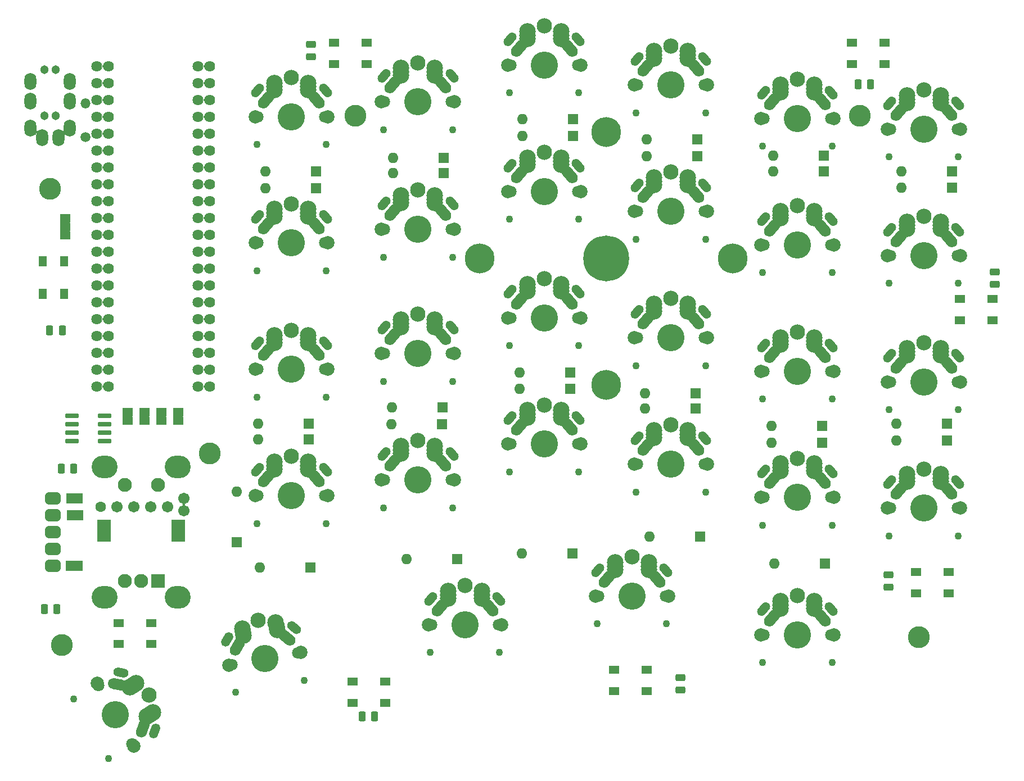
<source format=gbr>
G04 #@! TF.GenerationSoftware,KiCad,Pcbnew,5.99.0-unknown-78b555afa2~127~ubuntu20.04.1*
G04 #@! TF.CreationDate,2021-05-01T17:37:31+01:00*
G04 #@! TF.ProjectId,grandiceps-rev2,6772616e-6469-4636-9570-732d72657632,rev?*
G04 #@! TF.SameCoordinates,Original*
G04 #@! TF.FileFunction,Soldermask,Top*
G04 #@! TF.FilePolarity,Negative*
%FSLAX46Y46*%
G04 Gerber Fmt 4.6, Leading zero omitted, Abs format (unit mm)*
G04 Created by KiCad (PCBNEW 5.99.0-unknown-78b555afa2~127~ubuntu20.04.1) date 2021-05-01 17:37:31*
%MOMM*%
%LPD*%
G01*
G04 APERTURE LIST*
G04 Aperture macros list*
%AMRoundRect*
0 Rectangle with rounded corners*
0 $1 Rounding radius*
0 $2 $3 $4 $5 $6 $7 $8 $9 X,Y pos of 4 corners*
0 Add a 4 corners polygon primitive as box body*
4,1,4,$2,$3,$4,$5,$6,$7,$8,$9,$2,$3,0*
0 Add four circle primitives for the rounded corners*
1,1,$1+$1,$2,$3*
1,1,$1+$1,$4,$5*
1,1,$1+$1,$6,$7*
1,1,$1+$1,$8,$9*
0 Add four rect primitives between the rounded corners*
20,1,$1+$1,$2,$3,$4,$5,0*
20,1,$1+$1,$4,$5,$6,$7,0*
20,1,$1+$1,$6,$7,$8,$9,0*
20,1,$1+$1,$8,$9,$2,$3,0*%
%AMHorizOval*
0 Thick line with rounded ends*
0 $1 width*
0 $2 $3 position (X,Y) of the first rounded end (center of the circle)*
0 $4 $5 position (X,Y) of the second rounded end (center of the circle)*
0 Add line between two ends*
20,1,$1,$2,$3,$4,$5,0*
0 Add two circle primitives to create the rounded ends*
1,1,$1,$2,$3*
1,1,$1,$4,$5*%
G04 Aperture macros list end*
%ADD10C,1.702000*%
%ADD11C,1.602000*%
%ADD12RoundRect,0.051000X1.000000X-1.000000X1.000000X1.000000X-1.000000X1.000000X-1.000000X-1.000000X0*%
%ADD13C,2.102000*%
%ADD14RoundRect,0.051000X1.000000X-1.600000X1.000000X1.600000X-1.000000X1.600000X-1.000000X-1.600000X0*%
%ADD15C,1.626000*%
%ADD16C,1.502000*%
%ADD17O,1.502000X1.502000*%
%ADD18RoundRect,0.051000X0.750000X0.500000X-0.750000X0.500000X-0.750000X-0.500000X0.750000X-0.500000X0*%
%ADD19RoundRect,0.051000X0.500000X-0.750000X0.500000X0.750000X-0.500000X0.750000X-0.500000X-0.750000X0*%
%ADD20RoundRect,0.269250X0.269250X0.481750X-0.269250X0.481750X-0.269250X-0.481750X0.269250X-0.481750X0*%
%ADD21RoundRect,0.051000X-0.750000X0.500000X-0.750000X-0.500000X0.750000X-0.500000X0.750000X0.500000X0*%
%ADD22RoundRect,0.051000X-0.500000X-0.750000X0.500000X-0.750000X0.500000X0.750000X-0.500000X0.750000X0*%
%ADD23RoundRect,0.269250X0.481750X-0.269250X0.481750X0.269250X-0.481750X0.269250X-0.481750X-0.269250X0*%
%ADD24RoundRect,0.051000X-0.750000X-0.500000X0.750000X-0.500000X0.750000X0.500000X-0.750000X0.500000X0*%
%ADD25C,6.902000*%
%ADD26C,4.502000*%
%ADD27RoundRect,0.450500X0.700500X0.450500X-0.700500X0.450500X-0.700500X-0.450500X0.700500X-0.450500X0*%
%ADD28RoundRect,0.450500X-0.700500X0.450500X-0.700500X-0.450500X0.700500X-0.450500X0.700500X0.450500X0*%
%ADD29O,3.902000X3.402000*%
%ADD30RoundRect,0.269250X-0.481750X0.269250X-0.481750X-0.269250X0.481750X-0.269250X0.481750X0.269250X0*%
%ADD31RoundRect,0.175500X-0.850500X-0.175500X0.850500X-0.175500X0.850500X0.175500X-0.850500X0.175500X0*%
%ADD32RoundRect,0.051000X0.750000X-0.500000X0.750000X0.500000X-0.750000X0.500000X-0.750000X-0.500000X0*%
%ADD33RoundRect,0.051000X0.750000X0.750000X-0.750000X0.750000X-0.750000X-0.750000X0.750000X-0.750000X0*%
%ADD34O,1.602000X1.602000*%
%ADD35RoundRect,0.051000X0.750000X-0.750000X0.750000X0.750000X-0.750000X0.750000X-0.750000X-0.750000X0*%
%ADD36C,3.302000*%
%ADD37C,1.102000*%
%ADD38C,2.002000*%
%ADD39C,1.802000*%
%ADD40C,4.102000*%
%ADD41HorizOval,1.352000X-0.305324X-0.363871X0.305324X0.363871X0*%
%ADD42HorizOval,1.652000X-0.401742X0.478778X0.401742X-0.478778X0*%
%ADD43HorizOval,1.352000X-0.305324X0.363871X0.305324X-0.363871X0*%
%ADD44C,2.502000*%
%ADD45HorizOval,1.652000X-0.401742X-0.478778X0.401742X0.478778X0*%
%ADD46C,2.302000*%
%ADD47HorizOval,1.652000X0.213763X0.587308X-0.213763X-0.587308X0*%
%ADD48HorizOval,1.352000X0.162460X0.446354X-0.162460X-0.446354X0*%
%ADD49HorizOval,1.352000X-0.467784X0.082483X0.467784X-0.082483X0*%
%ADD50HorizOval,1.652000X-0.615505X0.108530X0.615505X-0.108530X0*%
%ADD51HorizOval,1.352000X-0.363871X0.305324X0.363871X-0.305324X0*%
%ADD52HorizOval,1.352000X-0.237500X-0.411362X0.237500X0.411362X0*%
%ADD53HorizOval,1.652000X-0.478778X0.401742X0.478778X-0.401742X0*%
%ADD54HorizOval,1.652000X-0.312500X-0.541266X0.312500X0.541266X0*%
%ADD55C,1.302000*%
%ADD56O,1.802000X2.602000*%
G04 APERTURE END LIST*
D10*
X113875000Y-112300000D03*
X113875000Y-114150000D03*
X111485000Y-113525000D03*
X108945000Y-113525000D03*
X106405000Y-113525000D03*
X103865000Y-113525000D03*
D11*
X101375000Y-113525000D03*
D12*
X109982000Y-124714000D03*
D13*
X104982000Y-124714000D03*
X107482000Y-124714000D03*
D14*
X101882000Y-117214000D03*
X113082000Y-117214000D03*
D13*
X104982000Y-110214000D03*
X109982000Y-110214000D03*
D15*
X100813000Y-47167800D03*
X117831000Y-47167800D03*
X117831000Y-49707800D03*
X100813000Y-49707800D03*
X100813000Y-52247800D03*
X117831000Y-52247800D03*
X100813000Y-54787800D03*
X117831000Y-54787800D03*
X117831000Y-57327800D03*
X100813000Y-57327800D03*
X117831000Y-59867800D03*
X100813000Y-59867800D03*
X117831000Y-62407800D03*
X100813000Y-62407800D03*
X117831000Y-64947800D03*
X100813000Y-64947800D03*
X117831000Y-67487800D03*
X100813000Y-67487800D03*
X117831000Y-70027800D03*
X100813000Y-70027800D03*
X100813000Y-72567800D03*
X117831000Y-72567800D03*
X100813000Y-75107800D03*
X117831000Y-75107800D03*
X117831000Y-77647800D03*
X100813000Y-77647800D03*
X100813000Y-80187800D03*
X117831000Y-80187800D03*
X100813000Y-82727800D03*
X117831000Y-82727800D03*
X117831000Y-85267800D03*
X100813000Y-85267800D03*
X117831000Y-87807800D03*
X100813000Y-87807800D03*
X117831000Y-90347800D03*
X100813000Y-90347800D03*
X100813000Y-92887800D03*
X117831000Y-92887800D03*
X100813000Y-95427800D03*
X117831000Y-95427800D03*
X116053000Y-95427800D03*
X102591000Y-95427800D03*
X116053000Y-92887800D03*
X102591000Y-92887800D03*
X102591000Y-90347800D03*
X116053000Y-90347800D03*
X116053000Y-87807800D03*
X102591000Y-87807800D03*
X116053000Y-85267800D03*
X102591000Y-85267800D03*
X102591000Y-82727800D03*
X116053000Y-82727800D03*
X102591000Y-80187800D03*
X116053000Y-80187800D03*
X102591000Y-77647800D03*
X116053000Y-77647800D03*
X116053000Y-75107800D03*
X102591000Y-75107800D03*
X102591000Y-72567800D03*
X116053000Y-72567800D03*
X116053000Y-70027800D03*
X102591000Y-70027800D03*
X102591000Y-67487800D03*
X116053000Y-67487800D03*
X116053000Y-64947800D03*
X102591000Y-64947800D03*
X102591000Y-62407800D03*
X116053000Y-62407800D03*
X102591000Y-59867800D03*
X116053000Y-59867800D03*
X116053000Y-57327800D03*
X102591000Y-57327800D03*
X102591000Y-54787800D03*
X116053000Y-54787800D03*
X102591000Y-52247800D03*
X116053000Y-52247800D03*
X116053000Y-49707800D03*
X102591000Y-49707800D03*
X116053000Y-47167800D03*
X102591000Y-47167800D03*
D16*
X99060000Y-57861200D03*
D17*
X99060000Y-52781200D03*
D18*
X229018000Y-126568000D03*
X229018000Y-123368000D03*
X224118000Y-123368000D03*
X224118000Y-126568000D03*
D19*
X92634000Y-81444000D03*
X95834000Y-81444000D03*
X95834000Y-76544000D03*
X92634000Y-76544000D03*
D20*
X95575000Y-86950000D03*
X93700000Y-86950000D03*
X94750000Y-128950000D03*
X92875000Y-128950000D03*
D18*
X235650000Y-85425000D03*
X235650000Y-82225000D03*
X230750000Y-82225000D03*
X230750000Y-85425000D03*
D21*
X105410000Y-99284000D03*
X105410000Y-100584000D03*
D18*
X219366000Y-46812000D03*
X219366000Y-43612000D03*
X214466000Y-43612000D03*
X214466000Y-46812000D03*
D22*
X96744000Y-122428000D03*
X98044000Y-122428000D03*
D23*
X188625000Y-141162500D03*
X188625000Y-139287500D03*
D21*
X107950000Y-99284000D03*
X107950000Y-100584000D03*
D24*
X136488000Y-43612000D03*
X136488000Y-46812000D03*
X141388000Y-46812000D03*
X141388000Y-43612000D03*
D25*
X177450000Y-76150000D03*
D26*
X177450000Y-57100000D03*
X177450000Y-95200000D03*
X196500000Y-76150000D03*
X158400000Y-76150000D03*
D18*
X144200000Y-143100000D03*
X144200000Y-139900000D03*
X139300000Y-139900000D03*
X139300000Y-143100000D03*
D27*
X94168000Y-122428000D03*
D28*
X94168000Y-119888000D03*
X94168000Y-117348000D03*
X94168000Y-114808000D03*
X94168000Y-112268000D03*
D29*
X101942000Y-107548000D03*
X112942000Y-107548000D03*
X112942000Y-127148000D03*
X101942000Y-127148000D03*
D23*
X133075000Y-45775000D03*
X133075000Y-43900000D03*
D22*
X96886000Y-114808000D03*
X98186000Y-114808000D03*
X96774000Y-112268000D03*
X98074000Y-112268000D03*
D20*
X97325000Y-107825000D03*
X95450000Y-107825000D03*
D30*
X219950000Y-123825000D03*
X219950000Y-125700000D03*
D23*
X235975000Y-80025000D03*
X235975000Y-78150000D03*
D20*
X142575000Y-145175000D03*
X140700000Y-145175000D03*
D18*
X183575000Y-141300000D03*
X183575000Y-138100000D03*
X178675000Y-138100000D03*
X178675000Y-141300000D03*
D31*
X97028000Y-99822000D03*
X97028000Y-101092000D03*
X97028000Y-102362000D03*
X97028000Y-103632000D03*
X101978000Y-103632000D03*
X101978000Y-102362000D03*
X101978000Y-101092000D03*
X101978000Y-99822000D03*
D32*
X96012000Y-72674000D03*
X96012000Y-71374000D03*
X96012000Y-70074000D03*
D20*
X217250000Y-49925000D03*
X215375000Y-49925000D03*
D21*
X110490000Y-99284000D03*
X110490000Y-100584000D03*
X113030000Y-99284000D03*
X113030000Y-100584000D03*
D18*
X109000000Y-134250000D03*
X109000000Y-131050000D03*
X104100000Y-131050000D03*
X104100000Y-134250000D03*
D33*
X229591000Y-63042800D03*
D34*
X221971000Y-63042800D03*
D33*
X210287000Y-60629800D03*
D34*
X202667000Y-60629800D03*
D33*
X191237000Y-58216800D03*
D34*
X183617000Y-58216800D03*
D33*
X172475000Y-55175000D03*
D34*
X164855000Y-55175000D03*
D33*
X153010000Y-61010800D03*
D34*
X145390000Y-61010800D03*
D33*
X155042000Y-121463000D03*
D34*
X147422000Y-121463000D03*
D33*
X132944000Y-122733000D03*
D34*
X125324000Y-122733000D03*
D35*
X121895000Y-118923000D03*
D34*
X121895000Y-111303000D03*
D33*
X229591000Y-65455800D03*
D34*
X221971000Y-65455800D03*
D33*
X210287000Y-63042800D03*
D34*
X202667000Y-63042800D03*
D33*
X191237000Y-60756800D03*
D34*
X183617000Y-60756800D03*
D33*
X172475000Y-57715000D03*
D34*
X164855000Y-57715000D03*
D33*
X153010000Y-63296800D03*
D34*
X145390000Y-63296800D03*
D33*
X133833000Y-65582800D03*
D34*
X126213000Y-65582800D03*
D33*
X228829000Y-101016000D03*
D34*
X221209000Y-101016000D03*
D33*
X209975000Y-101325000D03*
D34*
X202355000Y-101325000D03*
D33*
X190983000Y-96443800D03*
D34*
X183363000Y-96443800D03*
D33*
X172025000Y-93350000D03*
D34*
X164405000Y-93350000D03*
D33*
X152883000Y-98602800D03*
D34*
X145263000Y-98602800D03*
D33*
X132690000Y-101016000D03*
D34*
X125070000Y-101016000D03*
D33*
X228829000Y-103556000D03*
D34*
X221209000Y-103556000D03*
D33*
X209975000Y-103865200D03*
D34*
X202355000Y-103865200D03*
D33*
X190983000Y-98729800D03*
D34*
X183363000Y-98729800D03*
D33*
X172025000Y-95763000D03*
D34*
X164405000Y-95763000D03*
D33*
X152756000Y-101143000D03*
D34*
X145136000Y-101143000D03*
D33*
X132690000Y-103429000D03*
D34*
X125070000Y-103429000D03*
D33*
X210414000Y-122098000D03*
D34*
X202794000Y-122098000D03*
D33*
X191618000Y-118034000D03*
D34*
X183998000Y-118034000D03*
D33*
X172441000Y-120574000D03*
D34*
X164821000Y-120574000D03*
D36*
X215646000Y-54610000D03*
X117831000Y-105537000D03*
X95504000Y-134366000D03*
X224561000Y-133198000D03*
X139700000Y-54610000D03*
X93776600Y-65608200D03*
D37*
X230518000Y-79882000D03*
D38*
X219798000Y-75682000D03*
X230798000Y-75682000D03*
D39*
X230378000Y-75682000D03*
D37*
X220078000Y-79882000D03*
D39*
X220218000Y-75682000D03*
D40*
X225298000Y-75682000D03*
D41*
X220198000Y-71782000D03*
D42*
X229108000Y-73142000D03*
D43*
X230398000Y-71782000D03*
D44*
X227838000Y-71682000D03*
X227838000Y-70602000D03*
X227838000Y-71182000D03*
D45*
X221488000Y-73142000D03*
D44*
X222758000Y-71182000D03*
X222758000Y-71682000D03*
D46*
X225298000Y-69782000D03*
D44*
X222758000Y-70602000D03*
D39*
X211353000Y-55039800D03*
D37*
X211493000Y-59239800D03*
D38*
X200773000Y-55039800D03*
D39*
X201193000Y-55039800D03*
D38*
X211773000Y-55039800D03*
D40*
X206273000Y-55039800D03*
D37*
X201053000Y-59239800D03*
D43*
X211373000Y-51139800D03*
D44*
X208813000Y-51039800D03*
D42*
X210083000Y-52499800D03*
D44*
X208813000Y-50539800D03*
D41*
X201173000Y-51139800D03*
D44*
X208813000Y-49959800D03*
X203733000Y-50539800D03*
X203733000Y-51039800D03*
D46*
X206273000Y-49139800D03*
D45*
X202463000Y-52499800D03*
D44*
X203733000Y-49959800D03*
D38*
X143653000Y-109498000D03*
X154653000Y-109498000D03*
D37*
X154373000Y-113698000D03*
D39*
X154233000Y-109498000D03*
D37*
X143933000Y-113698000D03*
D40*
X149153000Y-109498000D03*
D39*
X144073000Y-109498000D03*
D41*
X144053000Y-105598000D03*
D42*
X152963000Y-106958000D03*
D43*
X154253000Y-105598000D03*
D44*
X151693000Y-104998000D03*
X151693000Y-104418000D03*
X151693000Y-105498000D03*
D45*
X145343000Y-106958000D03*
D44*
X146613000Y-105498000D03*
X146613000Y-104418000D03*
X146613000Y-104998000D03*
D46*
X149153000Y-103598000D03*
D38*
X135613000Y-111878000D03*
D39*
X125033000Y-111878000D03*
D37*
X135333000Y-116078000D03*
D39*
X135193000Y-111878000D03*
D38*
X124613000Y-111878000D03*
D40*
X130113000Y-111878000D03*
D37*
X124893000Y-116078000D03*
D42*
X133923000Y-109338000D03*
D44*
X132653000Y-107378000D03*
D43*
X135213000Y-107978000D03*
D44*
X132653000Y-106798000D03*
X132653000Y-107878000D03*
D41*
X125013000Y-107978000D03*
D44*
X127573000Y-107878000D03*
D46*
X130113000Y-105978000D03*
D44*
X127573000Y-107378000D03*
D45*
X126303000Y-109338000D03*
D44*
X127573000Y-106798000D03*
D37*
X162928000Y-108310200D03*
D38*
X162648000Y-104110200D03*
D40*
X168148000Y-104110200D03*
D37*
X173368000Y-108310200D03*
D38*
X173648000Y-104110200D03*
D39*
X163068000Y-104110200D03*
X173228000Y-104110200D03*
D43*
X173248000Y-100210200D03*
D41*
X163048000Y-100210200D03*
D44*
X170688000Y-99610200D03*
D42*
X171958000Y-101570200D03*
D44*
X170688000Y-100110200D03*
X170688000Y-99030200D03*
X165608000Y-100110200D03*
D45*
X164338000Y-101570200D03*
D44*
X165608000Y-99030200D03*
D46*
X168148000Y-98210200D03*
D44*
X165608000Y-99610200D03*
D39*
X125033000Y-54757800D03*
D37*
X124893000Y-58957800D03*
D38*
X124613000Y-54757800D03*
X135613000Y-54757800D03*
D37*
X135333000Y-58957800D03*
D40*
X130113000Y-54757800D03*
D39*
X135193000Y-54757800D03*
D43*
X135213000Y-50857800D03*
D44*
X132653000Y-50257800D03*
X132653000Y-49677800D03*
X132653000Y-50757800D03*
D41*
X125013000Y-50857800D03*
D42*
X133923000Y-52217800D03*
D44*
X127573000Y-50257800D03*
X127573000Y-49677800D03*
X127573000Y-50757800D03*
D45*
X126303000Y-52217800D03*
D46*
X130113000Y-48857800D03*
D37*
X201053000Y-137042000D03*
D38*
X211773000Y-132842000D03*
D40*
X206273000Y-132842000D03*
D38*
X200773000Y-132842000D03*
D39*
X201193000Y-132842000D03*
D37*
X211493000Y-137042000D03*
D39*
X211353000Y-132842000D03*
D44*
X208813000Y-128342000D03*
X208813000Y-127762000D03*
D43*
X211373000Y-128942000D03*
D41*
X201173000Y-128942000D03*
D42*
X210083000Y-130302000D03*
D44*
X208813000Y-128842000D03*
X203733000Y-127762000D03*
X203733000Y-128342000D03*
D45*
X202463000Y-130302000D03*
D44*
X203733000Y-128842000D03*
D46*
X206273000Y-126942000D03*
D39*
X144073000Y-52537800D03*
D40*
X149153000Y-52537800D03*
D37*
X143933000Y-56737800D03*
D38*
X143653000Y-52537800D03*
X154653000Y-52537800D03*
D37*
X154373000Y-56737800D03*
D39*
X154233000Y-52537800D03*
D44*
X151693000Y-48537800D03*
D43*
X154253000Y-48637800D03*
D44*
X151693000Y-47457800D03*
D42*
X152963000Y-49997800D03*
D44*
X151693000Y-48037800D03*
D41*
X144053000Y-48637800D03*
D44*
X146613000Y-48537800D03*
D45*
X145343000Y-49997800D03*
D44*
X146613000Y-47457800D03*
X146613000Y-48037800D03*
D46*
X149153000Y-46637800D03*
D37*
X182013000Y-111318000D03*
D39*
X192313000Y-107118000D03*
D37*
X192453000Y-111318000D03*
D38*
X192733000Y-107118000D03*
D40*
X187233000Y-107118000D03*
D39*
X182153000Y-107118000D03*
D38*
X181733000Y-107118000D03*
D44*
X189773000Y-103118000D03*
D42*
X191043000Y-104578000D03*
D44*
X189773000Y-102038000D03*
X189773000Y-102618000D03*
D43*
X192333000Y-103218000D03*
D41*
X182133000Y-103218000D03*
D44*
X184693000Y-103118000D03*
D45*
X183423000Y-104578000D03*
D46*
X187233000Y-101218000D03*
D44*
X184693000Y-102618000D03*
X184693000Y-102038000D03*
D37*
X135333000Y-77997800D03*
D38*
X124613000Y-73797800D03*
D37*
X124893000Y-77997800D03*
D39*
X135193000Y-73797800D03*
D40*
X130113000Y-73797800D03*
D38*
X135613000Y-73797800D03*
D39*
X125033000Y-73797800D03*
D44*
X132653000Y-69797800D03*
D42*
X133923000Y-71257800D03*
D41*
X125013000Y-69897800D03*
D44*
X132653000Y-68717800D03*
D43*
X135213000Y-69897800D03*
D44*
X132653000Y-69297800D03*
X127573000Y-69797800D03*
D45*
X126303000Y-71257800D03*
D44*
X127573000Y-69297800D03*
X127573000Y-68717800D03*
D46*
X130113000Y-67897800D03*
D37*
X150990000Y-135518000D03*
D39*
X161290000Y-131318000D03*
D38*
X150710000Y-131318000D03*
D39*
X151130000Y-131318000D03*
D38*
X161710000Y-131318000D03*
D37*
X161430000Y-135518000D03*
D40*
X156210000Y-131318000D03*
D42*
X160020000Y-128778000D03*
D44*
X158750000Y-126818000D03*
D43*
X161310000Y-127418000D03*
D44*
X158750000Y-126238000D03*
X158750000Y-127318000D03*
D41*
X151110000Y-127418000D03*
D45*
X152400000Y-128778000D03*
D46*
X156210000Y-125418000D03*
D44*
X153670000Y-126238000D03*
X153670000Y-126818000D03*
X153670000Y-127318000D03*
D38*
X100825000Y-140136860D03*
D37*
X97327693Y-142479347D03*
D39*
X101035000Y-140500591D03*
X106115000Y-149299409D03*
D38*
X106325000Y-149663140D03*
D37*
X102547693Y-151520653D03*
D40*
X103575000Y-144900000D03*
D47*
X107679705Y-146929557D03*
D44*
X109244409Y-144559705D03*
X108309102Y-145099705D03*
D48*
X109502499Y-147366730D03*
D49*
X104402499Y-138533270D03*
D44*
X108742114Y-144849705D03*
X106202114Y-140450295D03*
X105769102Y-140700295D03*
D46*
X108684550Y-141950000D03*
D50*
X103869705Y-140330443D03*
D44*
X106704409Y-140160295D03*
D37*
X121701826Y-141502436D03*
D40*
X126113200Y-136459800D03*
D37*
X131983219Y-139689549D03*
D38*
X120696757Y-137414865D03*
D39*
X131116023Y-135577667D03*
D38*
X131529643Y-135504735D03*
D39*
X121110377Y-137341933D03*
D51*
X130458492Y-131733444D03*
D44*
X127732479Y-131015910D03*
D52*
X120413453Y-133504655D03*
D53*
X129424251Y-133296789D03*
D44*
X127920019Y-132079503D03*
X127833195Y-131587099D03*
X122830372Y-132469231D03*
X122729656Y-131898043D03*
D54*
X121920016Y-134619988D03*
D46*
X125088676Y-130649434D03*
D44*
X122917196Y-132961635D03*
D39*
X230378000Y-94722000D03*
D37*
X220078000Y-98922000D03*
X230518000Y-98922000D03*
D38*
X230798000Y-94722000D03*
D40*
X225298000Y-94722000D03*
D39*
X220218000Y-94722000D03*
D38*
X219798000Y-94722000D03*
D44*
X227838000Y-90722000D03*
X227838000Y-90222000D03*
D41*
X220198000Y-90822000D03*
D44*
X227838000Y-89642000D03*
D43*
X230398000Y-90822000D03*
D42*
X229108000Y-92182000D03*
D45*
X221488000Y-92182000D03*
D46*
X225298000Y-88822000D03*
D44*
X222758000Y-90722000D03*
X222758000Y-90222000D03*
X222758000Y-89642000D03*
D37*
X143933000Y-94657800D03*
D39*
X144073000Y-90457800D03*
D38*
X154653000Y-90457800D03*
X143653000Y-90457800D03*
D40*
X149153000Y-90457800D03*
D37*
X154373000Y-94657800D03*
D39*
X154233000Y-90457800D03*
D41*
X144053000Y-86557800D03*
D44*
X151693000Y-85377800D03*
D42*
X152963000Y-87917800D03*
D43*
X154253000Y-86557800D03*
D44*
X151693000Y-86457800D03*
X151693000Y-85957800D03*
D46*
X149153000Y-84557800D03*
D44*
X146613000Y-85377800D03*
X146613000Y-86457800D03*
X146613000Y-85957800D03*
D45*
X145343000Y-87917800D03*
D40*
X168148000Y-66030000D03*
D39*
X163068000Y-66030000D03*
D37*
X173368000Y-70230000D03*
D38*
X162648000Y-66030000D03*
D37*
X162928000Y-70230000D03*
D39*
X173228000Y-66030000D03*
D38*
X173648000Y-66030000D03*
D44*
X170688000Y-60950000D03*
D41*
X163048000Y-62130000D03*
D44*
X170688000Y-62030000D03*
D42*
X171958000Y-63490000D03*
D43*
X173248000Y-62130000D03*
D44*
X170688000Y-61530000D03*
D45*
X164338000Y-63490000D03*
D44*
X165608000Y-62030000D03*
D46*
X168148000Y-60130000D03*
D44*
X165608000Y-60950000D03*
X165608000Y-61530000D03*
D38*
X211773000Y-112160000D03*
D39*
X211353000Y-112160000D03*
D38*
X200773000Y-112160000D03*
D40*
X206273000Y-112160000D03*
D37*
X201053000Y-116360000D03*
X211493000Y-116360000D03*
D39*
X201193000Y-112160000D03*
D42*
X210083000Y-109620000D03*
D43*
X211373000Y-108260000D03*
D44*
X208813000Y-108160000D03*
X208813000Y-107660000D03*
X208813000Y-107080000D03*
D41*
X201173000Y-108260000D03*
D44*
X203733000Y-107660000D03*
X203733000Y-107080000D03*
D45*
X202463000Y-109620000D03*
D46*
X206273000Y-106260000D03*
D44*
X203733000Y-108160000D03*
D39*
X173228000Y-85070000D03*
D38*
X173648000Y-85070000D03*
D40*
X168148000Y-85070000D03*
D39*
X163068000Y-85070000D03*
D37*
X162928000Y-89270000D03*
D38*
X162648000Y-85070000D03*
D37*
X173368000Y-89270000D03*
D44*
X170688000Y-79990000D03*
X170688000Y-81070000D03*
X170688000Y-80570000D03*
D43*
X173248000Y-81170000D03*
D41*
X163048000Y-81170000D03*
D42*
X171958000Y-82530000D03*
D44*
X165608000Y-80570000D03*
D46*
X168148000Y-79170000D03*
D44*
X165608000Y-79990000D03*
X165608000Y-81070000D03*
D45*
X164338000Y-82530000D03*
D39*
X154233000Y-71737800D03*
X144073000Y-71737800D03*
D38*
X143653000Y-71737800D03*
D37*
X143933000Y-75937800D03*
D38*
X154653000Y-71737800D03*
D40*
X149153000Y-71737800D03*
D37*
X154373000Y-75937800D03*
D42*
X152963000Y-69197800D03*
D41*
X144053000Y-67837800D03*
D44*
X151693000Y-66657800D03*
D43*
X154253000Y-67837800D03*
D44*
X151693000Y-67737800D03*
X151693000Y-67237800D03*
X146613000Y-66657800D03*
X146613000Y-67737800D03*
D45*
X145343000Y-69197800D03*
D44*
X146613000Y-67237800D03*
D46*
X149153000Y-65837800D03*
D38*
X192733000Y-69037800D03*
D39*
X182153000Y-69037800D03*
D37*
X182013000Y-73237800D03*
D39*
X192313000Y-69037800D03*
D40*
X187233000Y-69037800D03*
D37*
X192453000Y-73237800D03*
D38*
X181733000Y-69037800D03*
D44*
X189773000Y-63957800D03*
D42*
X191043000Y-66497800D03*
D43*
X192333000Y-65137800D03*
D44*
X189773000Y-64537800D03*
D41*
X182133000Y-65137800D03*
D44*
X189773000Y-65037800D03*
D45*
X183423000Y-66497800D03*
D46*
X187233000Y-63137800D03*
D44*
X184693000Y-65037800D03*
X184693000Y-63957800D03*
X184693000Y-64537800D03*
D37*
X182013000Y-54197800D03*
D39*
X182153000Y-49997800D03*
D38*
X192733000Y-49997800D03*
X181733000Y-49997800D03*
D39*
X192313000Y-49997800D03*
D40*
X187233000Y-49997800D03*
D37*
X192453000Y-54197800D03*
D43*
X192333000Y-46097800D03*
D44*
X189773000Y-45997800D03*
X189773000Y-45497800D03*
X189773000Y-44917800D03*
D42*
X191043000Y-47457800D03*
D41*
X182133000Y-46097800D03*
D44*
X184693000Y-45997800D03*
X184693000Y-45497800D03*
D45*
X183423000Y-47457800D03*
D46*
X187233000Y-44097800D03*
D44*
X184693000Y-44917800D03*
D37*
X135333000Y-97037800D03*
D38*
X135613000Y-92837800D03*
X124613000Y-92837800D03*
D39*
X125033000Y-92837800D03*
D37*
X124893000Y-97037800D03*
D40*
X130113000Y-92837800D03*
D39*
X135193000Y-92837800D03*
D41*
X125013000Y-88937800D03*
D43*
X135213000Y-88937800D03*
D44*
X132653000Y-88837800D03*
D42*
X133923000Y-90297800D03*
D44*
X132653000Y-88337800D03*
X132653000Y-87757800D03*
X127573000Y-87757800D03*
D45*
X126303000Y-90297800D03*
D44*
X127573000Y-88837800D03*
X127573000Y-88337800D03*
D46*
X130113000Y-86937800D03*
D37*
X230518000Y-60842000D03*
D39*
X220218000Y-56642000D03*
D38*
X219798000Y-56642000D03*
D40*
X225298000Y-56642000D03*
D39*
X230378000Y-56642000D03*
D38*
X230798000Y-56642000D03*
D37*
X220078000Y-60842000D03*
D44*
X227838000Y-51562000D03*
X227838000Y-52142000D03*
X227838000Y-52642000D03*
D43*
X230398000Y-52742000D03*
D41*
X220198000Y-52742000D03*
D42*
X229108000Y-54102000D03*
D46*
X225298000Y-50742000D03*
D44*
X222758000Y-51562000D03*
D45*
X221488000Y-54102000D03*
D44*
X222758000Y-52642000D03*
X222758000Y-52142000D03*
D39*
X173228000Y-46990000D03*
D37*
X173368000Y-51190000D03*
D38*
X162648000Y-46990000D03*
D40*
X168148000Y-46990000D03*
D38*
X173648000Y-46990000D03*
D37*
X162928000Y-51190000D03*
D39*
X163068000Y-46990000D03*
D44*
X170688000Y-41910000D03*
D43*
X173248000Y-43090000D03*
D44*
X170688000Y-42490000D03*
D41*
X163048000Y-43090000D03*
D42*
X171958000Y-44450000D03*
D44*
X170688000Y-42990000D03*
X165608000Y-41910000D03*
X165608000Y-42490000D03*
D45*
X164338000Y-44450000D03*
D46*
X168148000Y-41090000D03*
D44*
X165608000Y-42990000D03*
D39*
X201193000Y-93119800D03*
D37*
X211493000Y-97319800D03*
X201053000Y-97319800D03*
D38*
X211773000Y-93119800D03*
X200773000Y-93119800D03*
D39*
X211353000Y-93119800D03*
D40*
X206273000Y-93119800D03*
D43*
X211373000Y-89219800D03*
D41*
X201173000Y-89219800D03*
D44*
X208813000Y-89119800D03*
X208813000Y-88039800D03*
X208813000Y-88619800D03*
D42*
X210083000Y-90579800D03*
D44*
X203733000Y-88619800D03*
D46*
X206273000Y-87219800D03*
D45*
X202463000Y-90579800D03*
D44*
X203733000Y-89119800D03*
X203733000Y-88039800D03*
D40*
X187233000Y-88077800D03*
D38*
X181733000Y-88077800D03*
X192733000Y-88077800D03*
D39*
X182153000Y-88077800D03*
D37*
X182013000Y-92277800D03*
D39*
X192313000Y-88077800D03*
D37*
X192453000Y-92277800D03*
D44*
X189773000Y-84077800D03*
X189773000Y-83577800D03*
X189773000Y-82997800D03*
D41*
X182133000Y-84177800D03*
D42*
X191043000Y-85537800D03*
D43*
X192333000Y-84177800D03*
D44*
X184693000Y-84077800D03*
X184693000Y-82997800D03*
D45*
X183423000Y-85537800D03*
D44*
X184693000Y-83577800D03*
D46*
X187233000Y-82177800D03*
D37*
X186576000Y-131200000D03*
X176136000Y-131200000D03*
D39*
X176276000Y-127000000D03*
X186436000Y-127000000D03*
D38*
X186856000Y-127000000D03*
D40*
X181356000Y-127000000D03*
D38*
X175856000Y-127000000D03*
D42*
X185166000Y-124460000D03*
D44*
X183896000Y-122500000D03*
X183896000Y-123000000D03*
X183896000Y-121920000D03*
D43*
X186456000Y-123100000D03*
D41*
X176256000Y-123100000D03*
D44*
X178816000Y-121920000D03*
X178816000Y-123000000D03*
X178816000Y-122500000D03*
D45*
X177546000Y-124460000D03*
D46*
X181356000Y-121100000D03*
D38*
X211773000Y-74079800D03*
D39*
X201193000Y-74079800D03*
D38*
X200773000Y-74079800D03*
D37*
X211493000Y-78279800D03*
X201053000Y-78279800D03*
D40*
X206273000Y-74079800D03*
D39*
X211353000Y-74079800D03*
D44*
X208813000Y-68999800D03*
D42*
X210083000Y-71539800D03*
D44*
X208813000Y-70079800D03*
D41*
X201173000Y-70179800D03*
D43*
X211373000Y-70179800D03*
D44*
X208813000Y-69579800D03*
D45*
X202463000Y-71539800D03*
D44*
X203733000Y-70079800D03*
D46*
X206273000Y-68179800D03*
D44*
X203733000Y-68999800D03*
X203733000Y-69579800D03*
D38*
X230798000Y-113762200D03*
D37*
X230518000Y-117962200D03*
D39*
X220218000Y-113762200D03*
D38*
X219798000Y-113762200D03*
D39*
X230378000Y-113762200D03*
D40*
X225298000Y-113762200D03*
D37*
X220078000Y-117962200D03*
D44*
X227838000Y-108682200D03*
X227838000Y-109262200D03*
D41*
X220198000Y-109862200D03*
D44*
X227838000Y-109762200D03*
D43*
X230398000Y-109862200D03*
D42*
X229108000Y-111222200D03*
D44*
X222758000Y-109262200D03*
X222758000Y-108682200D03*
X222758000Y-109762200D03*
D45*
X221488000Y-111222200D03*
D46*
X225298000Y-107862200D03*
D33*
X133833000Y-63042800D03*
D34*
X126213000Y-63042800D03*
D55*
X94637600Y-47651800D03*
X94637600Y-54651800D03*
X92887600Y-54651800D03*
X92887600Y-47651800D03*
D56*
X92537600Y-57951800D03*
X94987600Y-57951800D03*
X96737600Y-49451800D03*
X90787600Y-49451800D03*
X90787600Y-52451800D03*
X96737600Y-52451800D03*
X90787600Y-56451800D03*
X96737600Y-56451800D03*
G36*
X97293267Y-121661301D02*
G01*
X97344946Y-121704489D01*
X97413661Y-121713120D01*
X97476291Y-121683156D01*
X97494348Y-121662318D01*
X97496238Y-121661664D01*
X97497749Y-121662974D01*
X97497821Y-121664018D01*
X97495000Y-121678199D01*
X97495000Y-123177801D01*
X97497978Y-123192774D01*
X97497335Y-123194668D01*
X97495373Y-123195058D01*
X97494733Y-123194699D01*
X97443054Y-123151511D01*
X97374339Y-123142880D01*
X97311709Y-123172844D01*
X97293652Y-123193682D01*
X97291762Y-123194336D01*
X97290251Y-123193026D01*
X97290179Y-123191982D01*
X97293000Y-123177801D01*
X97293000Y-121678199D01*
X97290022Y-121663226D01*
X97290665Y-121661332D01*
X97292627Y-121660942D01*
X97293267Y-121661301D01*
G37*
G36*
X97435267Y-114041301D02*
G01*
X97486946Y-114084489D01*
X97555661Y-114093120D01*
X97618291Y-114063156D01*
X97636348Y-114042318D01*
X97638238Y-114041664D01*
X97639749Y-114042974D01*
X97639821Y-114044018D01*
X97637000Y-114058199D01*
X97637000Y-115557801D01*
X97639978Y-115572774D01*
X97639335Y-115574668D01*
X97637373Y-115575058D01*
X97636733Y-115574699D01*
X97585054Y-115531511D01*
X97516339Y-115522880D01*
X97453709Y-115552844D01*
X97435652Y-115573682D01*
X97433762Y-115574336D01*
X97432251Y-115573026D01*
X97432179Y-115571982D01*
X97435000Y-115557801D01*
X97435000Y-114058199D01*
X97432022Y-114043226D01*
X97432665Y-114041332D01*
X97434627Y-114040942D01*
X97435267Y-114041301D01*
G37*
G36*
X114214979Y-113074360D02*
G01*
X114215709Y-113076222D01*
X114214601Y-113077724D01*
X114166708Y-113100876D01*
X114166329Y-113101014D01*
X114146960Y-113105915D01*
X114087069Y-113141284D01*
X114055941Y-113203154D01*
X114063202Y-113272029D01*
X114106623Y-113326137D01*
X114146025Y-113344298D01*
X114171917Y-113351042D01*
X114172296Y-113351182D01*
X114220023Y-113374666D01*
X114221136Y-113376328D01*
X114220253Y-113378123D01*
X114218397Y-113378318D01*
X114103309Y-113332286D01*
X113922391Y-113302335D01*
X113739263Y-113311933D01*
X113616900Y-113345637D01*
X113614965Y-113345133D01*
X113614434Y-113343205D01*
X113615678Y-113341832D01*
X113618778Y-113340691D01*
X113674643Y-113299257D01*
X113699136Y-113234471D01*
X113684714Y-113166732D01*
X113635800Y-113117381D01*
X113619788Y-113110001D01*
X113610042Y-113106337D01*
X113608773Y-113104792D01*
X113609477Y-113102919D01*
X113611291Y-113102541D01*
X113733416Y-113137100D01*
X113916472Y-113147975D01*
X114097594Y-113119288D01*
X114213001Y-113074061D01*
X114214979Y-113074360D01*
G37*
G36*
X97323267Y-111501301D02*
G01*
X97374946Y-111544489D01*
X97443661Y-111553120D01*
X97506291Y-111523156D01*
X97524348Y-111502318D01*
X97526238Y-111501664D01*
X97527749Y-111502974D01*
X97527821Y-111504018D01*
X97525000Y-111518199D01*
X97525000Y-113017801D01*
X97527978Y-113032774D01*
X97527335Y-113034668D01*
X97525373Y-113035058D01*
X97524733Y-113034699D01*
X97473054Y-112991511D01*
X97404339Y-112982880D01*
X97341709Y-113012844D01*
X97323652Y-113033682D01*
X97321762Y-113034336D01*
X97320251Y-113033026D01*
X97320179Y-113031982D01*
X97323000Y-113017801D01*
X97323000Y-111518199D01*
X97320022Y-111503226D01*
X97320665Y-111501332D01*
X97322627Y-111500942D01*
X97323267Y-111501301D01*
G37*
G36*
X106176668Y-99830665D02*
G01*
X106177058Y-99832627D01*
X106176699Y-99833267D01*
X106133511Y-99884946D01*
X106124880Y-99953661D01*
X106154844Y-100016291D01*
X106175682Y-100034348D01*
X106176336Y-100036238D01*
X106175026Y-100037749D01*
X106173982Y-100037821D01*
X106159801Y-100035000D01*
X104660199Y-100035000D01*
X104645226Y-100037978D01*
X104643332Y-100037335D01*
X104642942Y-100035373D01*
X104643301Y-100034733D01*
X104686489Y-99983054D01*
X104695120Y-99914339D01*
X104665156Y-99851709D01*
X104644318Y-99833652D01*
X104643664Y-99831762D01*
X104644974Y-99830251D01*
X104646018Y-99830179D01*
X104660199Y-99833000D01*
X106159801Y-99833000D01*
X106174774Y-99830022D01*
X106176668Y-99830665D01*
G37*
G36*
X113796668Y-99830665D02*
G01*
X113797058Y-99832627D01*
X113796699Y-99833267D01*
X113753511Y-99884946D01*
X113744880Y-99953661D01*
X113774844Y-100016291D01*
X113795682Y-100034348D01*
X113796336Y-100036238D01*
X113795026Y-100037749D01*
X113793982Y-100037821D01*
X113779801Y-100035000D01*
X112280199Y-100035000D01*
X112265226Y-100037978D01*
X112263332Y-100037335D01*
X112262942Y-100035373D01*
X112263301Y-100034733D01*
X112306489Y-99983054D01*
X112315120Y-99914339D01*
X112285156Y-99851709D01*
X112264318Y-99833652D01*
X112263664Y-99831762D01*
X112264974Y-99830251D01*
X112266018Y-99830179D01*
X112280199Y-99833000D01*
X113779801Y-99833000D01*
X113794774Y-99830022D01*
X113796668Y-99830665D01*
G37*
G36*
X111256668Y-99830665D02*
G01*
X111257058Y-99832627D01*
X111256699Y-99833267D01*
X111213511Y-99884946D01*
X111204880Y-99953661D01*
X111234844Y-100016291D01*
X111255682Y-100034348D01*
X111256336Y-100036238D01*
X111255026Y-100037749D01*
X111253982Y-100037821D01*
X111239801Y-100035000D01*
X109740199Y-100035000D01*
X109725226Y-100037978D01*
X109723332Y-100037335D01*
X109722942Y-100035373D01*
X109723301Y-100034733D01*
X109766489Y-99983054D01*
X109775120Y-99914339D01*
X109745156Y-99851709D01*
X109724318Y-99833652D01*
X109723664Y-99831762D01*
X109724974Y-99830251D01*
X109726018Y-99830179D01*
X109740199Y-99833000D01*
X111239801Y-99833000D01*
X111254774Y-99830022D01*
X111256668Y-99830665D01*
G37*
G36*
X108716668Y-99830665D02*
G01*
X108717058Y-99832627D01*
X108716699Y-99833267D01*
X108673511Y-99884946D01*
X108664880Y-99953661D01*
X108694844Y-100016291D01*
X108715682Y-100034348D01*
X108716336Y-100036238D01*
X108715026Y-100037749D01*
X108713982Y-100037821D01*
X108699801Y-100035000D01*
X107200199Y-100035000D01*
X107185226Y-100037978D01*
X107183332Y-100037335D01*
X107182942Y-100035373D01*
X107183301Y-100034733D01*
X107226489Y-99983054D01*
X107235120Y-99914339D01*
X107205156Y-99851709D01*
X107184318Y-99833652D01*
X107183664Y-99831762D01*
X107184974Y-99830251D01*
X107186018Y-99830179D01*
X107200199Y-99833000D01*
X108699801Y-99833000D01*
X108714774Y-99830022D01*
X108716668Y-99830665D01*
G37*
G36*
X116825569Y-95183727D02*
G01*
X116864194Y-95240215D01*
X116927988Y-95267174D01*
X116996234Y-95255364D01*
X117047391Y-95208413D01*
X117055044Y-95191655D01*
X117056673Y-95190495D01*
X117058492Y-95191326D01*
X117058742Y-95193170D01*
X117042752Y-95237101D01*
X117020091Y-95416478D01*
X117037734Y-95596411D01*
X117062508Y-95670886D01*
X117062106Y-95672845D01*
X117060208Y-95673476D01*
X117058959Y-95672646D01*
X117019806Y-95615385D01*
X116956012Y-95588426D01*
X116887766Y-95600236D01*
X116836609Y-95647187D01*
X116833333Y-95654361D01*
X116831704Y-95655521D01*
X116829885Y-95654690D01*
X116829644Y-95652820D01*
X116838508Y-95629485D01*
X116863685Y-95450345D01*
X116863998Y-95427900D01*
X116843833Y-95248126D01*
X116822029Y-95185514D01*
X116822404Y-95183549D01*
X116824293Y-95182891D01*
X116825569Y-95183727D01*
G37*
G36*
X101585569Y-95183727D02*
G01*
X101624194Y-95240215D01*
X101687988Y-95267174D01*
X101756234Y-95255364D01*
X101807391Y-95208413D01*
X101815044Y-95191655D01*
X101816673Y-95190495D01*
X101818492Y-95191326D01*
X101818742Y-95193170D01*
X101802752Y-95237101D01*
X101780091Y-95416478D01*
X101797734Y-95596411D01*
X101822508Y-95670886D01*
X101822106Y-95672845D01*
X101820208Y-95673476D01*
X101818959Y-95672646D01*
X101779806Y-95615385D01*
X101716012Y-95588426D01*
X101647766Y-95600236D01*
X101596609Y-95647187D01*
X101593333Y-95654361D01*
X101591704Y-95655521D01*
X101589885Y-95654690D01*
X101589644Y-95652820D01*
X101598508Y-95629485D01*
X101623685Y-95450345D01*
X101623998Y-95427900D01*
X101603833Y-95248126D01*
X101582029Y-95185514D01*
X101582404Y-95183549D01*
X101584293Y-95182891D01*
X101585569Y-95183727D01*
G37*
G36*
X101585569Y-92643727D02*
G01*
X101624194Y-92700215D01*
X101687988Y-92727174D01*
X101756234Y-92715364D01*
X101807391Y-92668413D01*
X101815044Y-92651655D01*
X101816673Y-92650495D01*
X101818492Y-92651326D01*
X101818742Y-92653170D01*
X101802752Y-92697101D01*
X101780091Y-92876478D01*
X101797734Y-93056411D01*
X101822508Y-93130886D01*
X101822106Y-93132845D01*
X101820208Y-93133476D01*
X101818959Y-93132646D01*
X101779806Y-93075385D01*
X101716012Y-93048426D01*
X101647766Y-93060236D01*
X101596609Y-93107187D01*
X101593333Y-93114361D01*
X101591704Y-93115521D01*
X101589885Y-93114690D01*
X101589644Y-93112820D01*
X101598508Y-93089485D01*
X101623685Y-92910345D01*
X101623998Y-92887900D01*
X101603833Y-92708126D01*
X101582029Y-92645514D01*
X101582404Y-92643549D01*
X101584293Y-92642891D01*
X101585569Y-92643727D01*
G37*
G36*
X116825569Y-92643727D02*
G01*
X116864194Y-92700215D01*
X116927988Y-92727174D01*
X116996234Y-92715364D01*
X117047391Y-92668413D01*
X117055044Y-92651655D01*
X117056673Y-92650495D01*
X117058492Y-92651326D01*
X117058742Y-92653170D01*
X117042752Y-92697101D01*
X117020091Y-92876478D01*
X117037734Y-93056411D01*
X117062508Y-93130886D01*
X117062106Y-93132845D01*
X117060208Y-93133476D01*
X117058959Y-93132646D01*
X117019806Y-93075385D01*
X116956012Y-93048426D01*
X116887766Y-93060236D01*
X116836609Y-93107187D01*
X116833333Y-93114361D01*
X116831704Y-93115521D01*
X116829885Y-93114690D01*
X116829644Y-93112820D01*
X116838508Y-93089485D01*
X116863685Y-92910345D01*
X116863998Y-92887900D01*
X116843833Y-92708126D01*
X116822029Y-92645514D01*
X116822404Y-92643549D01*
X116824293Y-92642891D01*
X116825569Y-92643727D01*
G37*
G36*
X101585569Y-90103727D02*
G01*
X101624194Y-90160215D01*
X101687988Y-90187174D01*
X101756234Y-90175364D01*
X101807391Y-90128413D01*
X101815044Y-90111655D01*
X101816673Y-90110495D01*
X101818492Y-90111326D01*
X101818742Y-90113170D01*
X101802752Y-90157101D01*
X101780091Y-90336478D01*
X101797734Y-90516411D01*
X101822508Y-90590886D01*
X101822106Y-90592845D01*
X101820208Y-90593476D01*
X101818959Y-90592646D01*
X101779806Y-90535385D01*
X101716012Y-90508426D01*
X101647766Y-90520236D01*
X101596609Y-90567187D01*
X101593333Y-90574361D01*
X101591704Y-90575521D01*
X101589885Y-90574690D01*
X101589644Y-90572820D01*
X101598508Y-90549485D01*
X101623685Y-90370345D01*
X101623998Y-90347900D01*
X101603833Y-90168126D01*
X101582029Y-90105514D01*
X101582404Y-90103549D01*
X101584293Y-90102891D01*
X101585569Y-90103727D01*
G37*
G36*
X116825569Y-90103727D02*
G01*
X116864194Y-90160215D01*
X116927988Y-90187174D01*
X116996234Y-90175364D01*
X117047391Y-90128413D01*
X117055044Y-90111655D01*
X117056673Y-90110495D01*
X117058492Y-90111326D01*
X117058742Y-90113170D01*
X117042752Y-90157101D01*
X117020091Y-90336478D01*
X117037734Y-90516411D01*
X117062508Y-90590886D01*
X117062106Y-90592845D01*
X117060208Y-90593476D01*
X117058959Y-90592646D01*
X117019806Y-90535385D01*
X116956012Y-90508426D01*
X116887766Y-90520236D01*
X116836609Y-90567187D01*
X116833333Y-90574361D01*
X116831704Y-90575521D01*
X116829885Y-90574690D01*
X116829644Y-90572820D01*
X116838508Y-90549485D01*
X116863685Y-90370345D01*
X116863998Y-90347900D01*
X116843833Y-90168126D01*
X116822029Y-90105514D01*
X116822404Y-90103549D01*
X116824293Y-90102891D01*
X116825569Y-90103727D01*
G37*
G36*
X101585569Y-87563727D02*
G01*
X101624194Y-87620215D01*
X101687988Y-87647174D01*
X101756234Y-87635364D01*
X101807391Y-87588413D01*
X101815044Y-87571655D01*
X101816673Y-87570495D01*
X101818492Y-87571326D01*
X101818742Y-87573170D01*
X101802752Y-87617101D01*
X101780091Y-87796478D01*
X101797734Y-87976411D01*
X101822508Y-88050886D01*
X101822106Y-88052845D01*
X101820208Y-88053476D01*
X101818959Y-88052646D01*
X101779806Y-87995385D01*
X101716012Y-87968426D01*
X101647766Y-87980236D01*
X101596609Y-88027187D01*
X101593333Y-88034361D01*
X101591704Y-88035521D01*
X101589885Y-88034690D01*
X101589644Y-88032820D01*
X101598508Y-88009485D01*
X101623685Y-87830345D01*
X101623998Y-87807900D01*
X101603833Y-87628126D01*
X101582029Y-87565514D01*
X101582404Y-87563549D01*
X101584293Y-87562891D01*
X101585569Y-87563727D01*
G37*
G36*
X116825569Y-87563727D02*
G01*
X116864194Y-87620215D01*
X116927988Y-87647174D01*
X116996234Y-87635364D01*
X117047391Y-87588413D01*
X117055044Y-87571655D01*
X117056673Y-87570495D01*
X117058492Y-87571326D01*
X117058742Y-87573170D01*
X117042752Y-87617101D01*
X117020091Y-87796478D01*
X117037734Y-87976411D01*
X117062508Y-88050886D01*
X117062106Y-88052845D01*
X117060208Y-88053476D01*
X117058959Y-88052646D01*
X117019806Y-87995385D01*
X116956012Y-87968426D01*
X116887766Y-87980236D01*
X116836609Y-88027187D01*
X116833333Y-88034361D01*
X116831704Y-88035521D01*
X116829885Y-88034690D01*
X116829644Y-88032820D01*
X116838508Y-88009485D01*
X116863685Y-87830345D01*
X116863998Y-87807900D01*
X116843833Y-87628126D01*
X116822029Y-87565514D01*
X116822404Y-87563549D01*
X116824293Y-87562891D01*
X116825569Y-87563727D01*
G37*
G36*
X101585569Y-85023727D02*
G01*
X101624194Y-85080215D01*
X101687988Y-85107174D01*
X101756234Y-85095364D01*
X101807391Y-85048413D01*
X101815044Y-85031655D01*
X101816673Y-85030495D01*
X101818492Y-85031326D01*
X101818742Y-85033170D01*
X101802752Y-85077101D01*
X101780091Y-85256478D01*
X101797734Y-85436411D01*
X101822508Y-85510886D01*
X101822106Y-85512845D01*
X101820208Y-85513476D01*
X101818959Y-85512646D01*
X101779806Y-85455385D01*
X101716012Y-85428426D01*
X101647766Y-85440236D01*
X101596609Y-85487187D01*
X101593333Y-85494361D01*
X101591704Y-85495521D01*
X101589885Y-85494690D01*
X101589644Y-85492820D01*
X101598508Y-85469485D01*
X101623685Y-85290345D01*
X101623998Y-85267900D01*
X101603833Y-85088126D01*
X101582029Y-85025514D01*
X101582404Y-85023549D01*
X101584293Y-85022891D01*
X101585569Y-85023727D01*
G37*
G36*
X116825569Y-85023727D02*
G01*
X116864194Y-85080215D01*
X116927988Y-85107174D01*
X116996234Y-85095364D01*
X117047391Y-85048413D01*
X117055044Y-85031655D01*
X117056673Y-85030495D01*
X117058492Y-85031326D01*
X117058742Y-85033170D01*
X117042752Y-85077101D01*
X117020091Y-85256478D01*
X117037734Y-85436411D01*
X117062508Y-85510886D01*
X117062106Y-85512845D01*
X117060208Y-85513476D01*
X117058959Y-85512646D01*
X117019806Y-85455385D01*
X116956012Y-85428426D01*
X116887766Y-85440236D01*
X116836609Y-85487187D01*
X116833333Y-85494361D01*
X116831704Y-85495521D01*
X116829885Y-85494690D01*
X116829644Y-85492820D01*
X116838508Y-85469485D01*
X116863685Y-85290345D01*
X116863998Y-85267900D01*
X116843833Y-85088126D01*
X116822029Y-85025514D01*
X116822404Y-85023549D01*
X116824293Y-85022891D01*
X116825569Y-85023727D01*
G37*
G36*
X101585569Y-82483727D02*
G01*
X101624194Y-82540215D01*
X101687988Y-82567174D01*
X101756234Y-82555364D01*
X101807391Y-82508413D01*
X101815044Y-82491655D01*
X101816673Y-82490495D01*
X101818492Y-82491326D01*
X101818742Y-82493170D01*
X101802752Y-82537101D01*
X101780091Y-82716478D01*
X101797734Y-82896411D01*
X101822508Y-82970886D01*
X101822106Y-82972845D01*
X101820208Y-82973476D01*
X101818959Y-82972646D01*
X101779806Y-82915385D01*
X101716012Y-82888426D01*
X101647766Y-82900236D01*
X101596609Y-82947187D01*
X101593333Y-82954361D01*
X101591704Y-82955521D01*
X101589885Y-82954690D01*
X101589644Y-82952820D01*
X101598508Y-82929485D01*
X101623685Y-82750345D01*
X101623998Y-82727900D01*
X101603833Y-82548126D01*
X101582029Y-82485514D01*
X101582404Y-82483549D01*
X101584293Y-82482891D01*
X101585569Y-82483727D01*
G37*
G36*
X116825569Y-82483727D02*
G01*
X116864194Y-82540215D01*
X116927988Y-82567174D01*
X116996234Y-82555364D01*
X117047391Y-82508413D01*
X117055044Y-82491655D01*
X117056673Y-82490495D01*
X117058492Y-82491326D01*
X117058742Y-82493170D01*
X117042752Y-82537101D01*
X117020091Y-82716478D01*
X117037734Y-82896411D01*
X117062508Y-82970886D01*
X117062106Y-82972845D01*
X117060208Y-82973476D01*
X117058959Y-82972646D01*
X117019806Y-82915385D01*
X116956012Y-82888426D01*
X116887766Y-82900236D01*
X116836609Y-82947187D01*
X116833333Y-82954361D01*
X116831704Y-82955521D01*
X116829885Y-82954690D01*
X116829644Y-82952820D01*
X116838508Y-82929485D01*
X116863685Y-82750345D01*
X116863998Y-82727900D01*
X116843833Y-82548126D01*
X116822029Y-82485514D01*
X116822404Y-82483549D01*
X116824293Y-82482891D01*
X116825569Y-82483727D01*
G37*
G36*
X101585569Y-79943727D02*
G01*
X101624194Y-80000215D01*
X101687988Y-80027174D01*
X101756234Y-80015364D01*
X101807391Y-79968413D01*
X101815044Y-79951655D01*
X101816673Y-79950495D01*
X101818492Y-79951326D01*
X101818742Y-79953170D01*
X101802752Y-79997101D01*
X101780091Y-80176478D01*
X101797734Y-80356411D01*
X101822508Y-80430886D01*
X101822106Y-80432845D01*
X101820208Y-80433476D01*
X101818959Y-80432646D01*
X101779806Y-80375385D01*
X101716012Y-80348426D01*
X101647766Y-80360236D01*
X101596609Y-80407187D01*
X101593333Y-80414361D01*
X101591704Y-80415521D01*
X101589885Y-80414690D01*
X101589644Y-80412820D01*
X101598508Y-80389485D01*
X101623685Y-80210345D01*
X101623998Y-80187900D01*
X101603833Y-80008126D01*
X101582029Y-79945514D01*
X101582404Y-79943549D01*
X101584293Y-79942891D01*
X101585569Y-79943727D01*
G37*
G36*
X116825569Y-79943727D02*
G01*
X116864194Y-80000215D01*
X116927988Y-80027174D01*
X116996234Y-80015364D01*
X117047391Y-79968413D01*
X117055044Y-79951655D01*
X117056673Y-79950495D01*
X117058492Y-79951326D01*
X117058742Y-79953170D01*
X117042752Y-79997101D01*
X117020091Y-80176478D01*
X117037734Y-80356411D01*
X117062508Y-80430886D01*
X117062106Y-80432845D01*
X117060208Y-80433476D01*
X117058959Y-80432646D01*
X117019806Y-80375385D01*
X116956012Y-80348426D01*
X116887766Y-80360236D01*
X116836609Y-80407187D01*
X116833333Y-80414361D01*
X116831704Y-80415521D01*
X116829885Y-80414690D01*
X116829644Y-80412820D01*
X116838508Y-80389485D01*
X116863685Y-80210345D01*
X116863998Y-80187900D01*
X116843833Y-80008126D01*
X116822029Y-79945514D01*
X116822404Y-79943549D01*
X116824293Y-79942891D01*
X116825569Y-79943727D01*
G37*
G36*
X101585569Y-77403727D02*
G01*
X101624194Y-77460215D01*
X101687988Y-77487174D01*
X101756234Y-77475364D01*
X101807391Y-77428413D01*
X101815044Y-77411655D01*
X101816673Y-77410495D01*
X101818492Y-77411326D01*
X101818742Y-77413170D01*
X101802752Y-77457101D01*
X101780091Y-77636478D01*
X101797734Y-77816411D01*
X101822508Y-77890886D01*
X101822106Y-77892845D01*
X101820208Y-77893476D01*
X101818959Y-77892646D01*
X101779806Y-77835385D01*
X101716012Y-77808426D01*
X101647766Y-77820236D01*
X101596609Y-77867187D01*
X101593333Y-77874361D01*
X101591704Y-77875521D01*
X101589885Y-77874690D01*
X101589644Y-77872820D01*
X101598508Y-77849485D01*
X101623685Y-77670345D01*
X101623998Y-77647900D01*
X101603833Y-77468126D01*
X101582029Y-77405514D01*
X101582404Y-77403549D01*
X101584293Y-77402891D01*
X101585569Y-77403727D01*
G37*
G36*
X116825569Y-77403727D02*
G01*
X116864194Y-77460215D01*
X116927988Y-77487174D01*
X116996234Y-77475364D01*
X117047391Y-77428413D01*
X117055044Y-77411655D01*
X117056673Y-77410495D01*
X117058492Y-77411326D01*
X117058742Y-77413170D01*
X117042752Y-77457101D01*
X117020091Y-77636478D01*
X117037734Y-77816411D01*
X117062508Y-77890886D01*
X117062106Y-77892845D01*
X117060208Y-77893476D01*
X117058959Y-77892646D01*
X117019806Y-77835385D01*
X116956012Y-77808426D01*
X116887766Y-77820236D01*
X116836609Y-77867187D01*
X116833333Y-77874361D01*
X116831704Y-77875521D01*
X116829885Y-77874690D01*
X116829644Y-77872820D01*
X116838508Y-77849485D01*
X116863685Y-77670345D01*
X116863998Y-77647900D01*
X116843833Y-77468126D01*
X116822029Y-77405514D01*
X116822404Y-77403549D01*
X116824293Y-77402891D01*
X116825569Y-77403727D01*
G37*
G36*
X101585569Y-74863727D02*
G01*
X101624194Y-74920215D01*
X101687988Y-74947174D01*
X101756234Y-74935364D01*
X101807391Y-74888413D01*
X101815044Y-74871655D01*
X101816673Y-74870495D01*
X101818492Y-74871326D01*
X101818742Y-74873170D01*
X101802752Y-74917101D01*
X101780091Y-75096478D01*
X101797734Y-75276411D01*
X101822508Y-75350886D01*
X101822106Y-75352845D01*
X101820208Y-75353476D01*
X101818959Y-75352646D01*
X101779806Y-75295385D01*
X101716012Y-75268426D01*
X101647766Y-75280236D01*
X101596609Y-75327187D01*
X101593333Y-75334361D01*
X101591704Y-75335521D01*
X101589885Y-75334690D01*
X101589644Y-75332820D01*
X101598508Y-75309485D01*
X101623685Y-75130345D01*
X101623998Y-75107900D01*
X101603833Y-74928126D01*
X101582029Y-74865514D01*
X101582404Y-74863549D01*
X101584293Y-74862891D01*
X101585569Y-74863727D01*
G37*
G36*
X116825569Y-74863727D02*
G01*
X116864194Y-74920215D01*
X116927988Y-74947174D01*
X116996234Y-74935364D01*
X117047391Y-74888413D01*
X117055044Y-74871655D01*
X117056673Y-74870495D01*
X117058492Y-74871326D01*
X117058742Y-74873170D01*
X117042752Y-74917101D01*
X117020091Y-75096478D01*
X117037734Y-75276411D01*
X117062508Y-75350886D01*
X117062106Y-75352845D01*
X117060208Y-75353476D01*
X117058959Y-75352646D01*
X117019806Y-75295385D01*
X116956012Y-75268426D01*
X116887766Y-75280236D01*
X116836609Y-75327187D01*
X116833333Y-75334361D01*
X116831704Y-75335521D01*
X116829885Y-75334690D01*
X116829644Y-75332820D01*
X116838508Y-75309485D01*
X116863685Y-75130345D01*
X116863998Y-75107900D01*
X116843833Y-74928126D01*
X116822029Y-74865514D01*
X116822404Y-74863549D01*
X116824293Y-74862891D01*
X116825569Y-74863727D01*
G37*
G36*
X116825569Y-72323727D02*
G01*
X116864194Y-72380215D01*
X116927988Y-72407174D01*
X116996234Y-72395364D01*
X117047391Y-72348413D01*
X117055044Y-72331655D01*
X117056673Y-72330495D01*
X117058492Y-72331326D01*
X117058742Y-72333170D01*
X117042752Y-72377101D01*
X117020091Y-72556478D01*
X117037734Y-72736411D01*
X117062508Y-72810886D01*
X117062106Y-72812845D01*
X117060208Y-72813476D01*
X117058959Y-72812646D01*
X117019806Y-72755385D01*
X116956012Y-72728426D01*
X116887766Y-72740236D01*
X116836609Y-72787187D01*
X116833333Y-72794361D01*
X116831704Y-72795521D01*
X116829885Y-72794690D01*
X116829644Y-72792820D01*
X116838508Y-72769485D01*
X116863685Y-72590345D01*
X116863998Y-72567900D01*
X116843833Y-72388126D01*
X116822029Y-72325514D01*
X116822404Y-72323549D01*
X116824293Y-72322891D01*
X116825569Y-72323727D01*
G37*
G36*
X101585569Y-72323727D02*
G01*
X101624194Y-72380215D01*
X101687988Y-72407174D01*
X101756234Y-72395364D01*
X101807391Y-72348413D01*
X101815044Y-72331655D01*
X101816673Y-72330495D01*
X101818492Y-72331326D01*
X101818742Y-72333170D01*
X101802752Y-72377101D01*
X101780091Y-72556478D01*
X101797734Y-72736411D01*
X101822508Y-72810886D01*
X101822106Y-72812845D01*
X101820208Y-72813476D01*
X101818959Y-72812646D01*
X101779806Y-72755385D01*
X101716012Y-72728426D01*
X101647766Y-72740236D01*
X101596609Y-72787187D01*
X101593333Y-72794361D01*
X101591704Y-72795521D01*
X101589885Y-72794690D01*
X101589644Y-72792820D01*
X101598508Y-72769485D01*
X101623685Y-72590345D01*
X101623998Y-72567900D01*
X101603833Y-72388126D01*
X101582029Y-72325514D01*
X101582404Y-72323549D01*
X101584293Y-72322891D01*
X101585569Y-72323727D01*
G37*
G36*
X96778668Y-71920665D02*
G01*
X96779058Y-71922627D01*
X96778699Y-71923267D01*
X96735511Y-71974946D01*
X96726880Y-72043661D01*
X96756844Y-72106291D01*
X96777682Y-72124348D01*
X96778336Y-72126238D01*
X96777026Y-72127749D01*
X96775982Y-72127821D01*
X96761801Y-72125000D01*
X95262199Y-72125000D01*
X95247226Y-72127978D01*
X95245332Y-72127335D01*
X95244942Y-72125373D01*
X95245301Y-72124733D01*
X95288489Y-72073054D01*
X95297120Y-72004339D01*
X95267156Y-71941709D01*
X95246318Y-71923652D01*
X95245664Y-71921762D01*
X95246974Y-71920251D01*
X95248018Y-71920179D01*
X95262199Y-71923000D01*
X96761801Y-71923000D01*
X96776774Y-71920022D01*
X96778668Y-71920665D01*
G37*
G36*
X96778668Y-70620665D02*
G01*
X96779058Y-70622627D01*
X96778699Y-70623267D01*
X96735511Y-70674946D01*
X96726880Y-70743661D01*
X96756844Y-70806291D01*
X96777682Y-70824348D01*
X96778336Y-70826238D01*
X96777026Y-70827749D01*
X96775982Y-70827821D01*
X96761801Y-70825000D01*
X95262199Y-70825000D01*
X95247226Y-70827978D01*
X95245332Y-70827335D01*
X95244942Y-70825373D01*
X95245301Y-70824733D01*
X95288489Y-70773054D01*
X95297120Y-70704339D01*
X95267156Y-70641709D01*
X95246318Y-70623652D01*
X95245664Y-70621762D01*
X95246974Y-70620251D01*
X95248018Y-70620179D01*
X95262199Y-70623000D01*
X96761801Y-70623000D01*
X96776774Y-70620022D01*
X96778668Y-70620665D01*
G37*
G36*
X101585569Y-69783727D02*
G01*
X101624194Y-69840215D01*
X101687988Y-69867174D01*
X101756234Y-69855364D01*
X101807391Y-69808413D01*
X101815044Y-69791655D01*
X101816673Y-69790495D01*
X101818492Y-69791326D01*
X101818742Y-69793170D01*
X101802752Y-69837101D01*
X101780091Y-70016478D01*
X101797734Y-70196411D01*
X101822508Y-70270886D01*
X101822106Y-70272845D01*
X101820208Y-70273476D01*
X101818959Y-70272646D01*
X101779806Y-70215385D01*
X101716012Y-70188426D01*
X101647766Y-70200236D01*
X101596609Y-70247187D01*
X101593333Y-70254361D01*
X101591704Y-70255521D01*
X101589885Y-70254690D01*
X101589644Y-70252820D01*
X101598508Y-70229485D01*
X101623685Y-70050345D01*
X101623998Y-70027900D01*
X101603833Y-69848126D01*
X101582029Y-69785514D01*
X101582404Y-69783549D01*
X101584293Y-69782891D01*
X101585569Y-69783727D01*
G37*
G36*
X116825569Y-69783727D02*
G01*
X116864194Y-69840215D01*
X116927988Y-69867174D01*
X116996234Y-69855364D01*
X117047391Y-69808413D01*
X117055044Y-69791655D01*
X117056673Y-69790495D01*
X117058492Y-69791326D01*
X117058742Y-69793170D01*
X117042752Y-69837101D01*
X117020091Y-70016478D01*
X117037734Y-70196411D01*
X117062508Y-70270886D01*
X117062106Y-70272845D01*
X117060208Y-70273476D01*
X117058959Y-70272646D01*
X117019806Y-70215385D01*
X116956012Y-70188426D01*
X116887766Y-70200236D01*
X116836609Y-70247187D01*
X116833333Y-70254361D01*
X116831704Y-70255521D01*
X116829885Y-70254690D01*
X116829644Y-70252820D01*
X116838508Y-70229485D01*
X116863685Y-70050345D01*
X116863998Y-70027900D01*
X116843833Y-69848126D01*
X116822029Y-69785514D01*
X116822404Y-69783549D01*
X116824293Y-69782891D01*
X116825569Y-69783727D01*
G37*
G36*
X101585569Y-67243727D02*
G01*
X101624194Y-67300215D01*
X101687988Y-67327174D01*
X101756234Y-67315364D01*
X101807391Y-67268413D01*
X101815044Y-67251655D01*
X101816673Y-67250495D01*
X101818492Y-67251326D01*
X101818742Y-67253170D01*
X101802752Y-67297101D01*
X101780091Y-67476478D01*
X101797734Y-67656411D01*
X101822508Y-67730886D01*
X101822106Y-67732845D01*
X101820208Y-67733476D01*
X101818959Y-67732646D01*
X101779806Y-67675385D01*
X101716012Y-67648426D01*
X101647766Y-67660236D01*
X101596609Y-67707187D01*
X101593333Y-67714361D01*
X101591704Y-67715521D01*
X101589885Y-67714690D01*
X101589644Y-67712820D01*
X101598508Y-67689485D01*
X101623685Y-67510345D01*
X101623998Y-67487900D01*
X101603833Y-67308126D01*
X101582029Y-67245514D01*
X101582404Y-67243549D01*
X101584293Y-67242891D01*
X101585569Y-67243727D01*
G37*
G36*
X116825569Y-67243727D02*
G01*
X116864194Y-67300215D01*
X116927988Y-67327174D01*
X116996234Y-67315364D01*
X117047391Y-67268413D01*
X117055044Y-67251655D01*
X117056673Y-67250495D01*
X117058492Y-67251326D01*
X117058742Y-67253170D01*
X117042752Y-67297101D01*
X117020091Y-67476478D01*
X117037734Y-67656411D01*
X117062508Y-67730886D01*
X117062106Y-67732845D01*
X117060208Y-67733476D01*
X117058959Y-67732646D01*
X117019806Y-67675385D01*
X116956012Y-67648426D01*
X116887766Y-67660236D01*
X116836609Y-67707187D01*
X116833333Y-67714361D01*
X116831704Y-67715521D01*
X116829885Y-67714690D01*
X116829644Y-67712820D01*
X116838508Y-67689485D01*
X116863685Y-67510345D01*
X116863998Y-67487900D01*
X116843833Y-67308126D01*
X116822029Y-67245514D01*
X116822404Y-67243549D01*
X116824293Y-67242891D01*
X116825569Y-67243727D01*
G37*
G36*
X101585569Y-64703727D02*
G01*
X101624194Y-64760215D01*
X101687988Y-64787174D01*
X101756234Y-64775364D01*
X101807391Y-64728413D01*
X101815044Y-64711655D01*
X101816673Y-64710495D01*
X101818492Y-64711326D01*
X101818742Y-64713170D01*
X101802752Y-64757101D01*
X101780091Y-64936478D01*
X101797734Y-65116411D01*
X101822508Y-65190886D01*
X101822106Y-65192845D01*
X101820208Y-65193476D01*
X101818959Y-65192646D01*
X101779806Y-65135385D01*
X101716012Y-65108426D01*
X101647766Y-65120236D01*
X101596609Y-65167187D01*
X101593333Y-65174361D01*
X101591704Y-65175521D01*
X101589885Y-65174690D01*
X101589644Y-65172820D01*
X101598508Y-65149485D01*
X101623685Y-64970345D01*
X101623998Y-64947900D01*
X101603833Y-64768126D01*
X101582029Y-64705514D01*
X101582404Y-64703549D01*
X101584293Y-64702891D01*
X101585569Y-64703727D01*
G37*
G36*
X116825569Y-64703727D02*
G01*
X116864194Y-64760215D01*
X116927988Y-64787174D01*
X116996234Y-64775364D01*
X117047391Y-64728413D01*
X117055044Y-64711655D01*
X117056673Y-64710495D01*
X117058492Y-64711326D01*
X117058742Y-64713170D01*
X117042752Y-64757101D01*
X117020091Y-64936478D01*
X117037734Y-65116411D01*
X117062508Y-65190886D01*
X117062106Y-65192845D01*
X117060208Y-65193476D01*
X117058959Y-65192646D01*
X117019806Y-65135385D01*
X116956012Y-65108426D01*
X116887766Y-65120236D01*
X116836609Y-65167187D01*
X116833333Y-65174361D01*
X116831704Y-65175521D01*
X116829885Y-65174690D01*
X116829644Y-65172820D01*
X116838508Y-65149485D01*
X116863685Y-64970345D01*
X116863998Y-64947900D01*
X116843833Y-64768126D01*
X116822029Y-64705514D01*
X116822404Y-64703549D01*
X116824293Y-64702891D01*
X116825569Y-64703727D01*
G37*
G36*
X101585569Y-62163727D02*
G01*
X101624194Y-62220215D01*
X101687988Y-62247174D01*
X101756234Y-62235364D01*
X101807391Y-62188413D01*
X101815044Y-62171655D01*
X101816673Y-62170495D01*
X101818492Y-62171326D01*
X101818742Y-62173170D01*
X101802752Y-62217101D01*
X101780091Y-62396478D01*
X101797734Y-62576411D01*
X101822508Y-62650886D01*
X101822106Y-62652845D01*
X101820208Y-62653476D01*
X101818959Y-62652646D01*
X101779806Y-62595385D01*
X101716012Y-62568426D01*
X101647766Y-62580236D01*
X101596609Y-62627187D01*
X101593333Y-62634361D01*
X101591704Y-62635521D01*
X101589885Y-62634690D01*
X101589644Y-62632820D01*
X101598508Y-62609485D01*
X101623685Y-62430345D01*
X101623998Y-62407900D01*
X101603833Y-62228126D01*
X101582029Y-62165514D01*
X101582404Y-62163549D01*
X101584293Y-62162891D01*
X101585569Y-62163727D01*
G37*
G36*
X116825569Y-62163727D02*
G01*
X116864194Y-62220215D01*
X116927988Y-62247174D01*
X116996234Y-62235364D01*
X117047391Y-62188413D01*
X117055044Y-62171655D01*
X117056673Y-62170495D01*
X117058492Y-62171326D01*
X117058742Y-62173170D01*
X117042752Y-62217101D01*
X117020091Y-62396478D01*
X117037734Y-62576411D01*
X117062508Y-62650886D01*
X117062106Y-62652845D01*
X117060208Y-62653476D01*
X117058959Y-62652646D01*
X117019806Y-62595385D01*
X116956012Y-62568426D01*
X116887766Y-62580236D01*
X116836609Y-62627187D01*
X116833333Y-62634361D01*
X116831704Y-62635521D01*
X116829885Y-62634690D01*
X116829644Y-62632820D01*
X116838508Y-62609485D01*
X116863685Y-62430345D01*
X116863998Y-62407900D01*
X116843833Y-62228126D01*
X116822029Y-62165514D01*
X116822404Y-62163549D01*
X116824293Y-62162891D01*
X116825569Y-62163727D01*
G37*
G36*
X116825569Y-59623727D02*
G01*
X116864194Y-59680215D01*
X116927988Y-59707174D01*
X116996234Y-59695364D01*
X117047391Y-59648413D01*
X117055044Y-59631655D01*
X117056673Y-59630495D01*
X117058492Y-59631326D01*
X117058742Y-59633170D01*
X117042752Y-59677101D01*
X117020091Y-59856478D01*
X117037734Y-60036411D01*
X117062508Y-60110886D01*
X117062106Y-60112845D01*
X117060208Y-60113476D01*
X117058959Y-60112646D01*
X117019806Y-60055385D01*
X116956012Y-60028426D01*
X116887766Y-60040236D01*
X116836609Y-60087187D01*
X116833333Y-60094361D01*
X116831704Y-60095521D01*
X116829885Y-60094690D01*
X116829644Y-60092820D01*
X116838508Y-60069485D01*
X116863685Y-59890345D01*
X116863998Y-59867900D01*
X116843833Y-59688126D01*
X116822029Y-59625514D01*
X116822404Y-59623549D01*
X116824293Y-59622891D01*
X116825569Y-59623727D01*
G37*
G36*
X101585569Y-59623727D02*
G01*
X101624194Y-59680215D01*
X101687988Y-59707174D01*
X101756234Y-59695364D01*
X101807391Y-59648413D01*
X101815044Y-59631655D01*
X101816673Y-59630495D01*
X101818492Y-59631326D01*
X101818742Y-59633170D01*
X101802752Y-59677101D01*
X101780091Y-59856478D01*
X101797734Y-60036411D01*
X101822508Y-60110886D01*
X101822106Y-60112845D01*
X101820208Y-60113476D01*
X101818959Y-60112646D01*
X101779806Y-60055385D01*
X101716012Y-60028426D01*
X101647766Y-60040236D01*
X101596609Y-60087187D01*
X101593333Y-60094361D01*
X101591704Y-60095521D01*
X101589885Y-60094690D01*
X101589644Y-60092820D01*
X101598508Y-60069485D01*
X101623685Y-59890345D01*
X101623998Y-59867900D01*
X101603833Y-59688126D01*
X101582029Y-59625514D01*
X101582404Y-59623549D01*
X101584293Y-59622891D01*
X101585569Y-59623727D01*
G37*
G36*
X95838032Y-56824125D02*
G01*
X95838600Y-56825522D01*
X95838600Y-56851696D01*
X95858256Y-57038710D01*
X95916333Y-57217452D01*
X96010304Y-57380214D01*
X96117394Y-57499150D01*
X96117810Y-57501106D01*
X96116324Y-57502444D01*
X96114633Y-57502029D01*
X96092223Y-57483490D01*
X96028308Y-57456047D01*
X95959996Y-57467467D01*
X95908696Y-57514014D01*
X95890525Y-57578620D01*
X95889094Y-57580016D01*
X95887168Y-57579475D01*
X95886600Y-57578078D01*
X95886600Y-57551904D01*
X95866944Y-57364890D01*
X95808867Y-57186148D01*
X95714896Y-57023386D01*
X95607806Y-56904450D01*
X95607390Y-56902494D01*
X95608876Y-56901156D01*
X95610567Y-56901571D01*
X95632977Y-56920110D01*
X95696892Y-56947553D01*
X95765204Y-56936133D01*
X95816504Y-56889586D01*
X95834675Y-56824980D01*
X95836106Y-56823584D01*
X95838032Y-56824125D01*
G37*
G36*
X91690519Y-56825515D02*
G01*
X91710196Y-56892530D01*
X91762539Y-56937885D01*
X91831092Y-56947742D01*
X91894290Y-56918880D01*
X91904758Y-56908243D01*
X91904930Y-56908087D01*
X91918846Y-56896898D01*
X91920822Y-56896592D01*
X91922075Y-56898151D01*
X91921585Y-56899795D01*
X91810304Y-57023386D01*
X91716333Y-57186148D01*
X91658256Y-57364890D01*
X91638600Y-57551904D01*
X91638600Y-57577522D01*
X91637600Y-57579254D01*
X91635600Y-57579254D01*
X91634681Y-57578085D01*
X91615004Y-57511070D01*
X91562661Y-57465715D01*
X91494108Y-57455858D01*
X91430910Y-57484720D01*
X91420442Y-57495357D01*
X91420270Y-57495513D01*
X91406354Y-57506702D01*
X91404378Y-57507008D01*
X91403125Y-57505449D01*
X91403615Y-57503805D01*
X91514896Y-57380214D01*
X91608867Y-57217452D01*
X91666944Y-57038710D01*
X91686600Y-56851696D01*
X91686600Y-56826078D01*
X91687600Y-56824346D01*
X91689600Y-56824346D01*
X91690519Y-56825515D01*
G37*
G36*
X116825569Y-57083727D02*
G01*
X116864194Y-57140215D01*
X116927988Y-57167174D01*
X116996234Y-57155364D01*
X117047391Y-57108413D01*
X117055044Y-57091655D01*
X117056673Y-57090495D01*
X117058492Y-57091326D01*
X117058742Y-57093170D01*
X117042752Y-57137101D01*
X117020091Y-57316478D01*
X117037734Y-57496411D01*
X117062508Y-57570886D01*
X117062106Y-57572845D01*
X117060208Y-57573476D01*
X117058959Y-57572646D01*
X117019806Y-57515385D01*
X116956012Y-57488426D01*
X116887766Y-57500236D01*
X116836609Y-57547187D01*
X116833333Y-57554361D01*
X116831704Y-57555521D01*
X116829885Y-57554690D01*
X116829644Y-57552820D01*
X116838508Y-57529485D01*
X116863685Y-57350345D01*
X116863998Y-57327900D01*
X116843833Y-57148126D01*
X116822029Y-57085514D01*
X116822404Y-57083549D01*
X116824293Y-57082891D01*
X116825569Y-57083727D01*
G37*
G36*
X101585569Y-57083727D02*
G01*
X101624194Y-57140215D01*
X101687988Y-57167174D01*
X101756234Y-57155364D01*
X101807391Y-57108413D01*
X101815044Y-57091655D01*
X101816673Y-57090495D01*
X101818492Y-57091326D01*
X101818742Y-57093170D01*
X101802752Y-57137101D01*
X101780091Y-57316478D01*
X101797734Y-57496411D01*
X101822508Y-57570886D01*
X101822106Y-57572845D01*
X101820208Y-57573476D01*
X101818959Y-57572646D01*
X101779806Y-57515385D01*
X101716012Y-57488426D01*
X101647766Y-57500236D01*
X101596609Y-57547187D01*
X101593333Y-57554361D01*
X101591704Y-57555521D01*
X101589885Y-57554690D01*
X101589644Y-57552820D01*
X101598508Y-57529485D01*
X101623685Y-57350345D01*
X101623998Y-57327900D01*
X101603833Y-57148126D01*
X101582029Y-57085514D01*
X101582404Y-57083549D01*
X101584293Y-57082891D01*
X101585569Y-57083727D01*
G37*
G36*
X101585569Y-54543727D02*
G01*
X101624194Y-54600215D01*
X101687988Y-54627174D01*
X101756234Y-54615364D01*
X101807391Y-54568413D01*
X101815044Y-54551655D01*
X101816673Y-54550495D01*
X101818492Y-54551326D01*
X101818742Y-54553170D01*
X101802752Y-54597101D01*
X101780091Y-54776478D01*
X101797734Y-54956411D01*
X101822508Y-55030886D01*
X101822106Y-55032845D01*
X101820208Y-55033476D01*
X101818959Y-55032646D01*
X101779806Y-54975385D01*
X101716012Y-54948426D01*
X101647766Y-54960236D01*
X101596609Y-55007187D01*
X101593333Y-55014361D01*
X101591704Y-55015521D01*
X101589885Y-55014690D01*
X101589644Y-55012820D01*
X101598508Y-54989485D01*
X101623685Y-54810345D01*
X101623998Y-54787900D01*
X101603833Y-54608126D01*
X101582029Y-54545514D01*
X101582404Y-54543549D01*
X101584293Y-54542891D01*
X101585569Y-54543727D01*
G37*
G36*
X116825569Y-54543727D02*
G01*
X116864194Y-54600215D01*
X116927988Y-54627174D01*
X116996234Y-54615364D01*
X117047391Y-54568413D01*
X117055044Y-54551655D01*
X117056673Y-54550495D01*
X117058492Y-54551326D01*
X117058742Y-54553170D01*
X117042752Y-54597101D01*
X117020091Y-54776478D01*
X117037734Y-54956411D01*
X117062508Y-55030886D01*
X117062106Y-55032845D01*
X117060208Y-55033476D01*
X117058959Y-55032646D01*
X117019806Y-54975385D01*
X116956012Y-54948426D01*
X116887766Y-54960236D01*
X116836609Y-55007187D01*
X116833333Y-55014361D01*
X116831704Y-55015521D01*
X116829885Y-55014690D01*
X116829644Y-55012820D01*
X116838508Y-54989485D01*
X116863685Y-54810345D01*
X116863998Y-54787900D01*
X116843833Y-54608126D01*
X116822029Y-54545514D01*
X116822404Y-54543549D01*
X116824293Y-54542891D01*
X116825569Y-54543727D01*
G37*
G36*
X116825569Y-52003727D02*
G01*
X116864194Y-52060215D01*
X116927988Y-52087174D01*
X116996234Y-52075364D01*
X117047391Y-52028413D01*
X117055044Y-52011655D01*
X117056673Y-52010495D01*
X117058492Y-52011326D01*
X117058742Y-52013170D01*
X117042752Y-52057101D01*
X117020091Y-52236478D01*
X117037734Y-52416411D01*
X117062508Y-52490886D01*
X117062106Y-52492845D01*
X117060208Y-52493476D01*
X117058959Y-52492646D01*
X117019806Y-52435385D01*
X116956012Y-52408426D01*
X116887766Y-52420236D01*
X116836609Y-52467187D01*
X116833333Y-52474361D01*
X116831704Y-52475521D01*
X116829885Y-52474690D01*
X116829644Y-52472820D01*
X116838508Y-52449485D01*
X116863685Y-52270345D01*
X116863998Y-52247900D01*
X116843833Y-52068126D01*
X116822029Y-52005514D01*
X116822404Y-52003549D01*
X116824293Y-52002891D01*
X116825569Y-52003727D01*
G37*
G36*
X101585569Y-52003727D02*
G01*
X101624194Y-52060215D01*
X101687988Y-52087174D01*
X101756234Y-52075364D01*
X101807391Y-52028413D01*
X101815044Y-52011655D01*
X101816673Y-52010495D01*
X101818492Y-52011326D01*
X101818742Y-52013170D01*
X101802752Y-52057101D01*
X101780091Y-52236478D01*
X101797734Y-52416411D01*
X101822508Y-52490886D01*
X101822106Y-52492845D01*
X101820208Y-52493476D01*
X101818959Y-52492646D01*
X101779806Y-52435385D01*
X101716012Y-52408426D01*
X101647766Y-52420236D01*
X101596609Y-52467187D01*
X101593333Y-52474361D01*
X101591704Y-52475521D01*
X101589885Y-52474690D01*
X101589644Y-52472820D01*
X101598508Y-52449485D01*
X101623685Y-52270345D01*
X101623998Y-52247900D01*
X101603833Y-52068126D01*
X101582029Y-52005514D01*
X101582404Y-52003549D01*
X101584293Y-52002891D01*
X101585569Y-52003727D01*
G37*
G36*
X101585569Y-49463727D02*
G01*
X101624194Y-49520215D01*
X101687988Y-49547174D01*
X101756234Y-49535364D01*
X101807391Y-49488413D01*
X101815044Y-49471655D01*
X101816673Y-49470495D01*
X101818492Y-49471326D01*
X101818742Y-49473170D01*
X101802752Y-49517101D01*
X101780091Y-49696478D01*
X101797734Y-49876411D01*
X101822508Y-49950886D01*
X101822106Y-49952845D01*
X101820208Y-49953476D01*
X101818959Y-49952646D01*
X101779806Y-49895385D01*
X101716012Y-49868426D01*
X101647766Y-49880236D01*
X101596609Y-49927187D01*
X101593333Y-49934361D01*
X101591704Y-49935521D01*
X101589885Y-49934690D01*
X101589644Y-49932820D01*
X101598508Y-49909485D01*
X101623685Y-49730345D01*
X101623998Y-49707900D01*
X101603833Y-49528126D01*
X101582029Y-49465514D01*
X101582404Y-49463549D01*
X101584293Y-49462891D01*
X101585569Y-49463727D01*
G37*
G36*
X116825569Y-49463727D02*
G01*
X116864194Y-49520215D01*
X116927988Y-49547174D01*
X116996234Y-49535364D01*
X117047391Y-49488413D01*
X117055044Y-49471655D01*
X117056673Y-49470495D01*
X117058492Y-49471326D01*
X117058742Y-49473170D01*
X117042752Y-49517101D01*
X117020091Y-49696478D01*
X117037734Y-49876411D01*
X117062508Y-49950886D01*
X117062106Y-49952845D01*
X117060208Y-49953476D01*
X117058959Y-49952646D01*
X117019806Y-49895385D01*
X116956012Y-49868426D01*
X116887766Y-49880236D01*
X116836609Y-49927187D01*
X116833333Y-49934361D01*
X116831704Y-49935521D01*
X116829885Y-49934690D01*
X116829644Y-49932820D01*
X116838508Y-49909485D01*
X116863685Y-49730345D01*
X116863998Y-49707900D01*
X116843833Y-49528126D01*
X116822029Y-49465514D01*
X116822404Y-49463549D01*
X116824293Y-49462891D01*
X116825569Y-49463727D01*
G37*
G36*
X101585569Y-46923727D02*
G01*
X101624194Y-46980215D01*
X101687988Y-47007174D01*
X101756234Y-46995364D01*
X101807391Y-46948413D01*
X101815044Y-46931655D01*
X101816673Y-46930495D01*
X101818492Y-46931326D01*
X101818742Y-46933170D01*
X101802752Y-46977101D01*
X101780091Y-47156478D01*
X101797734Y-47336411D01*
X101822508Y-47410886D01*
X101822106Y-47412845D01*
X101820208Y-47413476D01*
X101818959Y-47412646D01*
X101779806Y-47355385D01*
X101716012Y-47328426D01*
X101647766Y-47340236D01*
X101596609Y-47387187D01*
X101593333Y-47394361D01*
X101591704Y-47395521D01*
X101589885Y-47394690D01*
X101589644Y-47392820D01*
X101598508Y-47369485D01*
X101623685Y-47190345D01*
X101623998Y-47167900D01*
X101603833Y-46988126D01*
X101582029Y-46925514D01*
X101582404Y-46923549D01*
X101584293Y-46922891D01*
X101585569Y-46923727D01*
G37*
G36*
X116825569Y-46923727D02*
G01*
X116864194Y-46980215D01*
X116927988Y-47007174D01*
X116996234Y-46995364D01*
X117047391Y-46948413D01*
X117055044Y-46931655D01*
X117056673Y-46930495D01*
X117058492Y-46931326D01*
X117058742Y-46933170D01*
X117042752Y-46977101D01*
X117020091Y-47156478D01*
X117037734Y-47336411D01*
X117062508Y-47410886D01*
X117062106Y-47412845D01*
X117060208Y-47413476D01*
X117058959Y-47412646D01*
X117019806Y-47355385D01*
X116956012Y-47328426D01*
X116887766Y-47340236D01*
X116836609Y-47387187D01*
X116833333Y-47394361D01*
X116831704Y-47395521D01*
X116829885Y-47394690D01*
X116829644Y-47392820D01*
X116838508Y-47369485D01*
X116863685Y-47190345D01*
X116863998Y-47167900D01*
X116843833Y-46988126D01*
X116822029Y-46925514D01*
X116822404Y-46923549D01*
X116824293Y-46922891D01*
X116825569Y-46923727D01*
G37*
M02*

</source>
